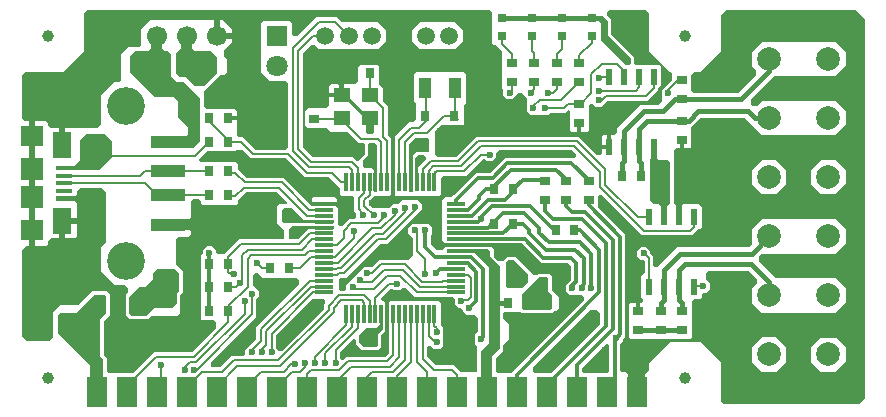
<source format=gtl>
%FSLAX43Y43*%
%MOMM*%
G71*
G01*
G75*
G04 Layer_Physical_Order=1*
G04 Layer_Color=1462238*
%ADD10R,2.880X1.120*%
%ADD11R,0.800X0.900*%
%ADD12R,0.900X1.270*%
%ADD13R,1.000X1.800*%
%ADD14R,1.400X1.200*%
%ADD15R,0.300X1.600*%
%ADD16R,1.600X0.300*%
%ADD17R,0.900X0.800*%
%ADD18R,0.508X0.559*%
%ADD19R,1.270X0.900*%
G04:AMPARAMS|DCode=20|XSize=1.9mm|YSize=3.3mm|CornerRadius=0mm|HoleSize=0mm|Usage=FLASHONLY|Rotation=180.000|XOffset=0mm|YOffset=0mm|HoleType=Round|Shape=Octagon|*
%AMOCTAGOND20*
4,1,8,0.475,-1.650,-0.475,-1.650,-0.950,-1.175,-0.950,1.175,-0.475,1.650,0.475,1.650,0.950,1.175,0.950,-1.175,0.475,-1.650,0.0*
%
%ADD20OCTAGOND20*%

%ADD21R,0.700X1.800*%
%ADD22R,0.700X1.350*%
%ADD23R,0.800X0.800*%
%ADD24R,1.600X2.200*%
%ADD25R,1.350X0.400*%
%ADD26R,1.900X1.900*%
%ADD27R,1.900X1.800*%
%ADD28R,0.600X1.400*%
%ADD29R,1.800X2.500*%
%ADD30C,0.200*%
%ADD31C,0.400*%
%ADD32C,0.300*%
%ADD33R,0.550X11.375*%
%ADD34R,0.550X2.225*%
%ADD35R,0.550X2.300*%
%ADD36R,1.975X0.550*%
%ADD37R,1.400X0.400*%
%ADD38R,0.400X1.400*%
%ADD39R,1.400X0.400*%
%ADD40R,2.150X0.500*%
%ADD41R,0.500X2.150*%
%ADD42C,0.600*%
%ADD43C,3.200*%
%ADD44C,1.000*%
%ADD45R,1.800X1.800*%
%ADD46C,1.800*%
%ADD47C,1.500*%
%ADD48C,1.700*%
%ADD49C,2.000*%
G36*
X94500Y88000D02*
Y87300D01*
X94000Y86800D01*
X92800D01*
X92600Y87000D01*
Y89000D01*
X92800Y89200D01*
X93300D01*
X94500Y88000D01*
D02*
G37*
G36*
X84850Y86100D02*
X88075D01*
X88250Y85925D01*
Y85475D01*
X88575Y85150D01*
X88750D01*
X88925Y84975D01*
Y84875D01*
X89250Y84550D01*
X89925D01*
X90225Y84250D01*
Y83150D01*
X89950Y82875D01*
Y82050D01*
X90150Y81850D01*
Y79800D01*
X90050Y79700D01*
X88775D01*
X88200Y80275D01*
X86650D01*
X85925Y81000D01*
Y81825D01*
X86050Y81950D01*
X86250D01*
X86500Y81700D01*
X87050D01*
X87300Y81950D01*
Y83475D01*
X87075Y83700D01*
Y85600D01*
X86925Y85750D01*
X82800D01*
X82700Y85650D01*
Y82950D01*
Y81350D01*
X82375Y81025D01*
X79125D01*
X78825Y80725D01*
X78700D01*
X78550Y80875D01*
Y81450D01*
X79625Y82525D01*
X79800D01*
X79925Y82400D01*
Y82125D01*
X80450Y81600D01*
X81750D01*
X82000Y81850D01*
Y82775D01*
X82400Y83175D01*
Y85650D01*
X82300Y85750D01*
X82150D01*
X82050Y85850D01*
Y86000D01*
X82825Y86775D01*
X83000D01*
X83125Y86650D01*
X83650D01*
X83850Y86850D01*
X84100D01*
X84850Y86100D01*
D02*
G37*
G36*
X96175Y87700D02*
Y86550D01*
X96500Y86225D01*
Y85150D01*
X96350Y85000D01*
X94150D01*
X94000Y85150D01*
Y86300D01*
X95475Y87775D01*
X96100D01*
X96175Y87700D01*
D02*
G37*
G36*
X58700Y94950D02*
Y90650D01*
X58325Y90275D01*
Y88200D01*
X59475Y87050D01*
X60350D01*
X60575Y86825D01*
Y86525D01*
X60400Y86350D01*
Y84550D01*
X60750Y84200D01*
X62300D01*
X62600Y84500D01*
X64750D01*
X65000Y84750D01*
Y86200D01*
X65250Y86450D01*
Y88250D01*
X64625Y88875D01*
Y91000D01*
X64800Y91175D01*
X65750D01*
X65975Y91400D01*
Y91575D01*
X65825Y91725D01*
X64925D01*
Y92675D01*
X65775D01*
X65950Y92850D01*
Y94175D01*
X66100Y94325D01*
X66625D01*
X66775Y94175D01*
Y94000D01*
X66900Y93875D01*
X69725D01*
X69875Y94025D01*
Y94250D01*
X70575Y94950D01*
X73225D01*
X74025Y94150D01*
Y93950D01*
X73975Y93900D01*
X73400D01*
X73200Y93700D01*
Y92325D01*
X73800Y91725D01*
Y91050D01*
X73700Y90950D01*
X69975D01*
X68725Y89700D01*
X68200D01*
X68075Y89825D01*
Y90025D01*
X67725Y90375D01*
X67275D01*
X66925Y90025D01*
Y89750D01*
X66775Y89600D01*
Y86325D01*
Y84225D01*
X66900Y84100D01*
X67850D01*
X68050Y83900D01*
Y83475D01*
X66000Y81425D01*
X62850D01*
X61050Y79625D01*
X59025D01*
X58825Y79825D01*
Y80875D01*
X58550Y81150D01*
Y84000D01*
X59100Y84550D01*
Y86300D01*
X58850Y86550D01*
X57525D01*
X56350Y85375D01*
X54825D01*
X54250Y84800D01*
Y82650D01*
X53950Y82350D01*
X52050D01*
X51600Y82800D01*
Y90075D01*
X51925Y90400D01*
X53700D01*
X53850Y90550D01*
Y90800D01*
X54075Y91025D01*
X56100D01*
X56275Y91200D01*
Y94025D01*
X56100Y94200D01*
X54500D01*
Y94600D01*
X56125D01*
X56275Y94750D01*
Y95025D01*
X56550Y95300D01*
X58350D01*
X58700Y94950D01*
D02*
G37*
G36*
X105350Y97875D02*
X105525Y97700D01*
X106275D01*
X106500Y97475D01*
Y94025D01*
X106200Y93725D01*
Y92200D01*
X105725D01*
Y93725D01*
X105525Y93925D01*
X105150D01*
X104825Y94250D01*
Y97725D01*
X104875Y97775D01*
Y99400D01*
X104850Y99425D01*
X104875Y99450D01*
X105350D01*
Y97875D01*
D02*
G37*
G36*
X71025Y97825D02*
X74000D01*
X75600Y96225D01*
X77600D01*
X78575Y95250D01*
Y94825D01*
X78750Y94650D01*
X79600D01*
X79750Y94500D01*
Y93350D01*
X79925Y93175D01*
Y92825D01*
X79750Y92650D01*
X79300D01*
X78725Y92075D01*
X78525D01*
X78375Y92225D01*
Y93600D01*
X78175Y93800D01*
X76175D01*
X73800Y96175D01*
X70625D01*
X69875Y96925D01*
Y97350D01*
X69725Y97500D01*
X66750D01*
X66650Y97600D01*
Y97775D01*
X67275Y98400D01*
X69675D01*
X69825Y98550D01*
X70300D01*
X71025Y97825D01*
D02*
G37*
G36*
X78000Y91800D02*
X75825D01*
X74975Y90950D01*
X74250D01*
X74200Y91000D01*
Y91775D01*
X74525Y92100D01*
X78000D01*
Y91800D01*
D02*
G37*
G36*
X64950Y88050D02*
Y86575D01*
X64725Y86350D01*
Y85525D01*
X64375Y85175D01*
X62800D01*
X62100Y84475D01*
X60900D01*
X60700Y84675D01*
Y86100D01*
X61550Y86950D01*
X62025D01*
X62700Y87625D01*
Y88050D01*
X63075Y88425D01*
X64575D01*
X64950Y88050D01*
D02*
G37*
G36*
X100600Y84750D02*
Y83800D01*
X96450Y79650D01*
X95025D01*
X94850Y79825D01*
Y80150D01*
X99700Y85000D01*
X100350D01*
X100600Y84750D01*
D02*
G37*
G36*
X91225Y89975D02*
Y89500D01*
X92075Y88650D01*
Y81675D01*
X91450Y81050D01*
Y78500D01*
X90450D01*
Y81525D01*
X91125Y82200D01*
Y88625D01*
X89950Y89800D01*
X87600D01*
Y90100D01*
X91100D01*
X91225Y89975D01*
D02*
G37*
G36*
X58775Y86075D02*
Y84700D01*
X58200Y84125D01*
Y81075D01*
X58525Y80750D01*
Y78150D01*
X57350D01*
Y80325D01*
X54650Y83025D01*
Y84500D01*
X54850Y84700D01*
X56225D01*
X57750Y86225D01*
X58625D01*
X58775Y86075D01*
D02*
G37*
G36*
X101350Y82000D02*
Y79825D01*
X101175Y79650D01*
X99175D01*
X99025Y79800D01*
Y80075D01*
X101075Y82125D01*
X101225D01*
X101350Y82000D01*
D02*
G37*
G36*
X82200Y83375D02*
X81750Y82925D01*
Y81975D01*
X81650Y81875D01*
X80550D01*
X80175Y82250D01*
Y82875D01*
X80725Y83425D01*
X81625D01*
X81900Y83700D01*
Y85400D01*
X82200D01*
Y83375D01*
D02*
G37*
G36*
X77275Y85825D02*
Y85575D01*
X77200Y85500D01*
Y85050D01*
X73650Y81500D01*
X73425D01*
X73150Y81775D01*
Y82825D01*
X76250Y85925D01*
X77175D01*
X77275Y85825D01*
D02*
G37*
G36*
X72000Y87700D02*
X74900D01*
X75100Y87500D01*
Y87175D01*
X71475Y83550D01*
Y82550D01*
X70525Y81600D01*
Y81275D01*
X70325Y81075D01*
X69375D01*
X68400Y80100D01*
X67750D01*
X67625Y80225D01*
Y80550D01*
X71450Y84375D01*
Y85900D01*
X71675Y86125D01*
Y86575D01*
X71175Y87075D01*
Y87950D01*
X71350Y88125D01*
X71575D01*
X72000Y87700D01*
D02*
G37*
G36*
X75500Y92600D02*
X78000D01*
Y92300D01*
X73850D01*
X73650Y92500D01*
Y93425D01*
X73850Y93625D01*
X74475D01*
X75500Y92600D01*
D02*
G37*
G36*
X123000Y109600D02*
Y100600D01*
Y90600D01*
Y80600D01*
Y77500D01*
X122500Y77000D01*
X111000D01*
X110775Y77225D01*
Y80525D01*
X109050Y82250D01*
X106525D01*
X104750Y80475D01*
Y79875D01*
X104375Y79500D01*
Y78975D01*
X102975D01*
Y79500D01*
X102775Y79700D01*
X102450D01*
X102225Y79925D01*
Y82050D01*
X102500Y82325D01*
Y82475D01*
X102675Y82650D01*
Y90100D01*
Y91375D01*
X100375Y93675D01*
Y94550D01*
X100500Y94675D01*
X100725D01*
X104100Y91300D01*
X108325D01*
X108825Y91800D01*
X109025D01*
X109175Y91950D01*
Y92975D01*
Y93725D01*
X108975Y93925D01*
X107625D01*
X107475Y93775D01*
Y93450D01*
X107000D01*
Y93800D01*
X106800Y94000D01*
Y98425D01*
X107025Y98650D01*
X108175D01*
X108300Y98775D01*
Y100425D01*
X109100Y101225D01*
X112800D01*
X114275Y99750D01*
X120500D01*
X121350Y100600D01*
Y101800D01*
X120500Y102650D01*
X114275D01*
X113875Y102250D01*
X113550D01*
X113350Y102450D01*
Y102775D01*
X115325Y104750D01*
X120500D01*
X121350Y105600D01*
Y106800D01*
X120500Y107650D01*
X114300D01*
X113450Y106800D01*
Y105550D01*
X113750Y105250D01*
Y104850D01*
X112250Y103350D01*
X108525D01*
X108300Y103575D01*
Y104875D01*
X108575Y105150D01*
X109075D01*
X110850Y106925D01*
Y109975D01*
X111275Y110400D01*
X122200D01*
X123000Y109600D01*
D02*
G37*
G36*
X63500Y108400D02*
Y107125D01*
X63725Y106900D01*
X63975D01*
X64225Y106650D01*
Y104800D01*
X64775Y104250D01*
X65325D01*
X66725Y102850D01*
Y99275D01*
X66175Y98725D01*
X64925D01*
Y99675D01*
X65550D01*
X65675Y99800D01*
Y100450D01*
X64825Y101300D01*
Y102700D01*
X64500Y103025D01*
X62900D01*
X60775Y105150D01*
Y106425D01*
X61225Y106875D01*
X62275D01*
X62525Y107125D01*
Y108400D01*
X62825Y108700D01*
X63200D01*
X63500Y108400D01*
D02*
G37*
G36*
X59225Y99250D02*
Y97875D01*
X58150Y96800D01*
X54500D01*
Y97200D01*
X56125D01*
X56575Y97650D01*
Y99400D01*
X57025Y99850D01*
X58625D01*
X59225Y99250D01*
D02*
G37*
G36*
X81450Y100050D02*
X81250Y99850D01*
X80950D01*
X80750Y100050D01*
Y100750D01*
X81450D01*
Y100050D01*
D02*
G37*
G36*
X101225Y109425D02*
Y108225D01*
X103175Y106275D01*
Y105900D01*
X103025Y105750D01*
X102675D01*
X100625Y107800D01*
Y109275D01*
X100425Y109475D01*
X92230D01*
Y109850D01*
X100800D01*
X101225Y109425D01*
D02*
G37*
G36*
X66050Y108550D02*
Y107175D01*
X66300Y106925D01*
X67600D01*
X68175Y106350D01*
Y105050D01*
X67100Y103975D01*
X66200D01*
X65475Y104700D01*
X65000D01*
X64675Y105025D01*
Y106750D01*
X65075Y107150D01*
Y108550D01*
X65350Y108825D01*
X65775D01*
X66050Y108550D01*
D02*
G37*
G36*
X104750Y110100D02*
Y106925D01*
X106525Y105150D01*
X106575D01*
X106675Y105050D01*
Y104475D01*
X105800Y103600D01*
Y102650D01*
X105475Y102325D01*
X103950D01*
X102025Y100400D01*
Y100000D01*
X101850Y99825D01*
X100850D01*
X100700Y99675D01*
Y98225D01*
X100575Y98100D01*
X100350D01*
X98800Y99650D01*
X90075D01*
X88375Y97950D01*
X86800D01*
X86600Y98150D01*
Y100100D01*
X87125Y100625D01*
X88925D01*
X89050Y100750D01*
Y102300D01*
X89250Y102500D01*
Y104875D01*
X89025Y105100D01*
X84950D01*
X84775Y104925D01*
Y102675D01*
X84975Y102475D01*
Y101100D01*
X84725Y100850D01*
X84350D01*
X83200Y99700D01*
Y94725D01*
X83325Y94600D01*
X86925D01*
X87100Y94775D01*
Y95000D01*
Y96175D01*
X87250Y96325D01*
X89225D01*
X90625Y97725D01*
X90825D01*
X90975Y97575D01*
X91450D01*
X91775Y97900D01*
Y98225D01*
X92025Y98475D01*
X98175D01*
X98500Y98150D01*
Y97950D01*
X98375Y97825D01*
X92550D01*
X91325Y96600D01*
X90050D01*
X88175Y94725D01*
X87950Y94500D01*
X87475D01*
X87200Y94225D01*
Y90800D01*
X87400Y90600D01*
X94000D01*
X95625Y88975D01*
X97875D01*
X98125Y88725D01*
Y87500D01*
X97650Y87025D01*
Y86575D01*
X97975Y86250D01*
X99075D01*
X99225Y86100D01*
Y85825D01*
X93025Y79625D01*
X91900D01*
X91750Y79775D01*
Y80850D01*
X92375Y81475D01*
Y81950D01*
X92900Y82475D01*
Y83725D01*
X92375Y84250D01*
Y84675D01*
X92525Y84825D01*
X93850D01*
X93975Y84700D01*
X96525D01*
X96725Y84900D01*
X96900D01*
X97125Y85125D01*
Y86100D01*
X96525Y86700D01*
Y87850D01*
X96325Y88050D01*
X95350D01*
X95250Y87950D01*
X94975D01*
X93475Y89450D01*
X92675D01*
X92350Y89125D01*
X91950D01*
X91600Y89475D01*
Y90125D01*
X91425Y90300D01*
X87425D01*
X87150Y90025D01*
X86725D01*
X86275Y90475D01*
Y91325D01*
X86350Y91400D01*
Y91975D01*
X86050Y92275D01*
X85425Y92275D01*
X84675D01*
X84325Y91925D01*
X84325Y91475D01*
X84725Y91075D01*
Y89650D01*
X84300Y89225D01*
X81850D01*
X81250Y88625D01*
X80625D01*
X79100Y87100D01*
Y86750D01*
X78950Y86600D01*
X78575D01*
X78425Y86750D01*
Y87525D01*
X78575Y87675D01*
X79050D01*
X81950Y90575D01*
X82600D01*
X83500Y91475D01*
X85500Y93475D01*
Y93950D01*
X85175Y94275D01*
X83850D01*
X83500Y93925D01*
X83000D01*
X82700Y93625D01*
X81950D01*
X81900Y93575D01*
X81300D01*
X80975Y93900D01*
Y94175D01*
X81400Y94600D01*
X82750D01*
X82900Y94750D01*
Y99450D01*
X82600Y99750D01*
Y102225D01*
X82175Y102650D01*
Y103750D01*
X81825Y104100D01*
Y105600D01*
X81675Y105750D01*
X80275D01*
X80100Y105575D01*
Y104325D01*
X79850Y104075D01*
X78925D01*
Y103400D01*
X80700Y101625D01*
Y101375D01*
X80650Y101325D01*
X80550D01*
X78900Y102975D01*
X77650D01*
Y102325D01*
X77400Y102075D01*
X75825D01*
X75600Y101850D01*
Y100600D01*
X75800Y100400D01*
X77475D01*
X77800Y100075D01*
X79175D01*
X80125Y99125D01*
X80550D01*
X80625Y99050D01*
Y98125D01*
X80100Y97600D01*
X79975D01*
X79675Y97900D01*
X76300D01*
X75400Y98800D01*
Y106725D01*
X76100Y107425D01*
X76400D01*
X76775Y107050D01*
X81775D01*
X82450Y107725D01*
Y108650D01*
X81750Y109350D01*
X78700D01*
X78300Y109750D01*
X76500D01*
X74925Y108175D01*
X74650D01*
X74500Y108325D01*
Y109275D01*
X74300Y109475D01*
X72050D01*
X71875Y109300D01*
Y105100D01*
X72625Y104350D01*
X73950D01*
X74175Y104125D01*
Y98750D01*
X73975Y98550D01*
X71375D01*
X70350Y99575D01*
X70000D01*
X69850Y99725D01*
Y101800D01*
X69650Y102000D01*
X67250D01*
X67075Y102175D01*
Y103525D01*
X68375Y104825D01*
X68725D01*
X68950Y105050D01*
Y106250D01*
X68700Y106500D01*
Y106950D01*
X69400Y107650D01*
Y108725D01*
X68625Y109500D01*
X62475D01*
X61725Y108750D01*
Y107400D01*
X61525Y107200D01*
X60600D01*
X60025Y106625D01*
Y104450D01*
X59875Y104300D01*
X59500D01*
X58350Y103150D01*
Y100725D01*
X57975Y100350D01*
X54100D01*
X53850Y100600D01*
Y100800D01*
X53675Y100975D01*
X51850D01*
X51600Y101225D01*
Y104850D01*
X51900Y105150D01*
X55075D01*
X56850Y106925D01*
Y110125D01*
X57125Y110400D01*
X91225D01*
X91450Y110175D01*
Y107550D01*
X91600Y107400D01*
X91775D01*
X92275Y106900D01*
Y103725D01*
X92375Y103625D01*
Y103150D01*
X92700Y102825D01*
X93150D01*
X93650Y103325D01*
X93975D01*
X94375Y102925D01*
Y101825D01*
X94700Y101500D01*
X96175D01*
X96350Y101675D01*
X97600D01*
X97825Y101900D01*
X97950D01*
X98025Y101825D01*
Y100200D01*
X98175Y100050D01*
X99425D01*
X99600Y100225D01*
Y102300D01*
X99725Y102425D01*
X99975D01*
X100225Y102175D01*
X100725D01*
X101025Y102475D01*
X101250Y102700D01*
X104600D01*
X105475Y103575D01*
Y103750D01*
X105725Y104000D01*
Y105600D01*
X105600Y105725D01*
X103650D01*
X103475Y105900D01*
Y106375D01*
X101500Y108350D01*
Y109575D01*
X101175Y109900D01*
Y110225D01*
X101350Y110400D01*
X104450D01*
X104750Y110100D01*
D02*
G37*
G36*
X81700Y98975D02*
Y95000D01*
X81400D01*
Y96800D01*
X81225Y96975D01*
X80675Y96975D01*
X80500Y97150D01*
Y97650D01*
X80900Y98050D01*
Y99050D01*
X80975Y99125D01*
X81550D01*
X81700Y98975D01*
D02*
G37*
G36*
X86125Y99400D02*
Y98425D01*
X86025Y98325D01*
X85000D01*
X84700Y98025D01*
Y95000D01*
X84400D01*
Y99000D01*
X84950Y99550D01*
X85975D01*
X86125Y99400D01*
D02*
G37*
G36*
X85800Y97950D02*
Y97675D01*
X85175Y97050D01*
Y95025D01*
X84925D01*
Y97875D01*
X85125Y98075D01*
X85675D01*
X85800Y97950D01*
D02*
G37*
%LPC*%
G36*
X115500Y97650D02*
X114300D01*
X113450Y96800D01*
Y95600D01*
X114300Y94750D01*
X115500D01*
X116350Y95600D01*
Y96800D01*
X115500Y97650D01*
D02*
G37*
G36*
X78400Y104075D02*
X77800D01*
X77650Y103925D01*
Y103300D01*
X78450D01*
Y104025D01*
X78400Y104075D01*
D02*
G37*
G36*
X85325Y109350D02*
X84650Y108675D01*
Y107725D01*
X85325Y107050D01*
X88275D01*
X88950Y107725D01*
Y108675D01*
X88275Y109350D01*
X85325Y109350D01*
D02*
G37*
G36*
X78125Y94525D02*
X76300D01*
X76175Y94400D01*
Y94225D01*
X76300Y94100D01*
X78200D01*
X78275Y94175D01*
Y94375D01*
X78125Y94525D01*
D02*
G37*
G36*
X120500Y97650D02*
X119300D01*
X118450Y96800D01*
Y95600D01*
X119300Y94750D01*
X120500D01*
X121350Y95600D01*
Y96800D01*
X120500Y97650D01*
D02*
G37*
G36*
Y92650D02*
X114300D01*
X113450Y91800D01*
Y90525D01*
X113225Y90300D01*
X107125D01*
X105400Y88575D01*
X105200D01*
X105050Y88725D01*
Y89550D01*
X104825Y89775D01*
Y89975D01*
X104475Y90325D01*
X104025D01*
X103700Y90000D01*
Y89550D01*
X104025Y89225D01*
X104200D01*
X104350Y89075D01*
Y88175D01*
X104050Y87875D01*
Y86050D01*
X104225Y85875D01*
Y85750D01*
X104075Y85600D01*
X103175D01*
X103025Y85450D01*
Y82700D01*
X103175Y82550D01*
X108175D01*
X108325Y82700D01*
Y85725D01*
X108500Y85900D01*
X109025D01*
X109175Y86050D01*
Y86300D01*
X109300Y86425D01*
X109525D01*
X109850Y86750D01*
Y87200D01*
X109500Y87550D01*
Y88075D01*
X109700Y88275D01*
X113125D01*
X113850Y87550D01*
Y87200D01*
X113450Y86800D01*
Y85600D01*
X114300Y84750D01*
X120500D01*
X121350Y85600D01*
Y86800D01*
X120500Y87650D01*
X115425D01*
X114025Y89050D01*
Y89500D01*
X114275Y89750D01*
X120500D01*
X121350Y90600D01*
Y91800D01*
X120500Y92650D01*
D02*
G37*
G36*
X115500Y82650D02*
X114300D01*
X113450Y81800D01*
Y80600D01*
X114300Y79750D01*
X115500D01*
X116350Y80600D01*
Y81800D01*
X115500Y82650D01*
D02*
G37*
G36*
X120525Y82625D02*
X119275D01*
X118450Y81800D01*
Y80600D01*
X119300Y79750D01*
X120500D01*
X121350Y80600D01*
Y81800D01*
X120525Y82625D01*
D02*
G37*
%LPD*%
D10*
X63980Y99200D02*
D03*
Y96700D02*
D03*
Y94700D02*
D03*
Y92200D02*
D03*
D11*
X93200Y87600D02*
D03*
X91600D02*
D03*
X88225Y101425D02*
D03*
X89825D02*
D03*
X81075Y105000D02*
D03*
X79475D02*
D03*
X69100Y99200D02*
D03*
X67500D02*
D03*
Y101200D02*
D03*
X69100D02*
D03*
Y96700D02*
D03*
X67500D02*
D03*
X69100Y94675D02*
D03*
X67500D02*
D03*
X74200Y92900D02*
D03*
X72600D02*
D03*
X69100Y88900D02*
D03*
X67500D02*
D03*
X69100Y86900D02*
D03*
X67500D02*
D03*
Y84900D02*
D03*
X69100D02*
D03*
X87200Y98900D02*
D03*
X85600D02*
D03*
X92800Y85600D02*
D03*
X94400D02*
D03*
X97700D02*
D03*
X96100D02*
D03*
X98400Y91700D02*
D03*
X96800D02*
D03*
X104000Y96275D02*
D03*
X102400D02*
D03*
X91575Y92275D02*
D03*
X93175D02*
D03*
X93200Y95200D02*
D03*
X91600D02*
D03*
X63600Y105800D02*
D03*
X65200D02*
D03*
X72600Y88500D02*
D03*
X74200D02*
D03*
X85750Y101400D02*
D03*
X84150D02*
D03*
D12*
X91625Y83100D02*
D03*
X93725D02*
D03*
X69650Y105700D02*
D03*
X67550D02*
D03*
X59250D02*
D03*
X61350D02*
D03*
D13*
X85750Y103800D02*
D03*
X88250D02*
D03*
D14*
X81100Y103150D02*
D03*
X78700D02*
D03*
Y101250D02*
D03*
X81100D02*
D03*
D15*
X86550Y95800D02*
D03*
X86050D02*
D03*
X85550D02*
D03*
X85050D02*
D03*
X84550D02*
D03*
X84050D02*
D03*
X83550D02*
D03*
X83050D02*
D03*
X82550D02*
D03*
X82050D02*
D03*
X81550D02*
D03*
X81050D02*
D03*
X80550D02*
D03*
X80050D02*
D03*
X79550D02*
D03*
X79050D02*
D03*
X86550Y84600D02*
D03*
X86050D02*
D03*
X85550D02*
D03*
X85050D02*
D03*
X84550D02*
D03*
X84050D02*
D03*
X83550D02*
D03*
X83050D02*
D03*
X82550D02*
D03*
X82050D02*
D03*
X81550D02*
D03*
X81050D02*
D03*
X80550D02*
D03*
X80050D02*
D03*
X79550D02*
D03*
X79050D02*
D03*
D16*
X77200Y93950D02*
D03*
Y93450D02*
D03*
Y92950D02*
D03*
Y92450D02*
D03*
Y91950D02*
D03*
Y91450D02*
D03*
Y90950D02*
D03*
Y90450D02*
D03*
Y89950D02*
D03*
Y89450D02*
D03*
Y88950D02*
D03*
Y88450D02*
D03*
Y87950D02*
D03*
Y87450D02*
D03*
Y86950D02*
D03*
Y86450D02*
D03*
X88400Y93950D02*
D03*
Y93450D02*
D03*
Y92950D02*
D03*
Y92450D02*
D03*
Y91950D02*
D03*
Y91450D02*
D03*
Y90950D02*
D03*
Y90450D02*
D03*
Y89950D02*
D03*
Y89450D02*
D03*
Y88950D02*
D03*
Y88450D02*
D03*
Y87950D02*
D03*
Y87450D02*
D03*
Y86950D02*
D03*
Y86450D02*
D03*
D17*
X76375Y101125D02*
D03*
Y102725D02*
D03*
X103800Y83300D02*
D03*
Y84900D02*
D03*
X105700D02*
D03*
Y83300D02*
D03*
X107500D02*
D03*
Y84900D02*
D03*
X99600Y94300D02*
D03*
Y95900D02*
D03*
X97700Y94300D02*
D03*
Y95900D02*
D03*
X95900Y94300D02*
D03*
Y95900D02*
D03*
X93100Y104300D02*
D03*
Y105900D02*
D03*
X95000Y104300D02*
D03*
Y105900D02*
D03*
X96900Y104300D02*
D03*
Y105900D02*
D03*
X98800Y104300D02*
D03*
Y105900D02*
D03*
Y102400D02*
D03*
Y100800D02*
D03*
X107500Y99400D02*
D03*
Y101000D02*
D03*
Y104400D02*
D03*
Y102800D02*
D03*
D18*
X90892Y89700D02*
D03*
X91908D02*
D03*
X96908Y87200D02*
D03*
X95892D02*
D03*
X81283Y98625D02*
D03*
X80267D02*
D03*
X74508Y91300D02*
D03*
X73492D02*
D03*
X81342Y82300D02*
D03*
X82358D02*
D03*
X106192Y95100D02*
D03*
X107208D02*
D03*
X106192Y97100D02*
D03*
X107208D02*
D03*
D19*
X55500Y86050D02*
D03*
Y83950D02*
D03*
X63700Y83750D02*
D03*
Y85850D02*
D03*
D20*
X59700Y82613D02*
D03*
D21*
X59700Y85162D02*
D03*
D22*
X61200Y85387D02*
D03*
X58200D02*
D03*
D23*
X94770Y108150D02*
D03*
Y109650D02*
D03*
X97310Y108150D02*
D03*
Y109650D02*
D03*
X92230Y108150D02*
D03*
Y109650D02*
D03*
X99850D02*
D03*
Y108150D02*
D03*
D24*
X55050Y92500D02*
D03*
Y98900D02*
D03*
D25*
X55175Y97000D02*
D03*
Y96350D02*
D03*
Y95700D02*
D03*
Y95050D02*
D03*
Y94400D02*
D03*
D26*
X52500Y94500D02*
D03*
Y96900D02*
D03*
D27*
Y91700D02*
D03*
Y99700D02*
D03*
D28*
X108505Y92850D02*
D03*
X107235D02*
D03*
X105965D02*
D03*
X104695D02*
D03*
X108505Y86950D02*
D03*
X107235D02*
D03*
X105965D02*
D03*
X104695D02*
D03*
X105105Y104700D02*
D03*
X103835D02*
D03*
X102565D02*
D03*
X101295D02*
D03*
X105105Y98800D02*
D03*
X103835D02*
D03*
X102565D02*
D03*
X101295D02*
D03*
D29*
X103660Y78000D02*
D03*
X101120D02*
D03*
X78260D02*
D03*
X80800D02*
D03*
X83340D02*
D03*
X85880D02*
D03*
X88420D02*
D03*
X90960D02*
D03*
X93500D02*
D03*
X75720D02*
D03*
X73180D02*
D03*
X70640D02*
D03*
X68100D02*
D03*
X65560D02*
D03*
X63020D02*
D03*
X60480D02*
D03*
X57940D02*
D03*
X96040D02*
D03*
X98580D02*
D03*
D30*
X100725Y105825D02*
X101975D01*
X99825Y104925D02*
X100725Y105825D01*
X99825Y103325D02*
Y104925D01*
X102565Y104700D02*
Y105235D01*
X101975Y105825D02*
X102565Y105235D01*
X78875Y91025D02*
Y91675D01*
X78300Y90450D02*
X78875Y91025D01*
X63375Y78355D02*
Y80350D01*
X66225Y79925D02*
X66425D01*
X65825Y80550D02*
X66375D01*
X66900Y79700D02*
X68600D01*
X65560Y78360D02*
X66900Y79700D01*
X68600D02*
X69600Y80700D01*
X73325D01*
X84875Y91700D02*
X85075Y91500D01*
Y89950D02*
Y91500D01*
Y89950D02*
X85775Y89250D01*
X108530Y86975D02*
X109300D01*
X70640Y78000D02*
Y78515D01*
X69100Y88225D02*
Y88900D01*
X68100Y78000D02*
Y78475D01*
X75575Y89600D02*
X75925Y89950D01*
X75325Y90075D02*
X76200Y90950D01*
X75100Y90575D02*
X75975Y91450D01*
X75175Y88500D02*
X76125Y89450D01*
X78875Y88075D02*
X81750Y90950D01*
X78450Y88075D02*
X78875D01*
X78325Y87950D02*
X78450Y88075D01*
X77200Y87950D02*
X78325D01*
X77200Y88450D02*
X78250D01*
X78300Y88500D01*
X78625D01*
X81525Y91400D01*
X82425Y90950D02*
X84925Y93450D01*
X82200Y91400D02*
X84075Y93275D01*
X81750Y90950D02*
X82425D01*
X81525Y91400D02*
X82200D01*
X80500Y92975D02*
Y93125D01*
X80125Y93500D02*
X80500Y93125D01*
X80125Y93500D02*
Y94475D01*
X80600Y93775D02*
X81400Y92975D01*
X80600Y93775D02*
Y94275D01*
X82025Y91875D02*
X83200Y93050D01*
X81275Y91875D02*
X82025D01*
X77200Y90450D02*
X78300D01*
X80125Y94475D02*
X80550Y94900D01*
Y95800D01*
X80600Y94275D02*
X81050Y94725D01*
Y95800D01*
X75925Y89950D02*
X77200D01*
X70500Y95800D02*
X73600D01*
X69700Y96600D02*
X70500Y95800D01*
X69100Y96600D02*
X69700D01*
X73600Y95800D02*
X75950Y93450D01*
X73400Y95300D02*
X75750Y92950D01*
X70400Y95300D02*
X73400D01*
X69700Y94600D02*
X70400Y95300D01*
X69100Y94600D02*
X69700D01*
X75950Y93450D02*
X77200D01*
X75750Y92950D02*
X77200D01*
X82525Y80650D02*
X83050Y81175D01*
X82775Y80175D02*
X83550Y80950D01*
X83000Y79725D02*
X84050Y80775D01*
X81225Y79725D02*
X83000D01*
X80800Y79300D02*
X81225Y79725D01*
X84550Y80575D02*
Y84600D01*
X83340Y79365D02*
X84550Y80575D01*
X83340Y78000D02*
Y79365D01*
X84050Y80775D02*
Y84600D01*
X83050Y81175D02*
Y84600D01*
X75975Y91450D02*
X77200D01*
X76200Y90950D02*
X77200D01*
X85550Y95800D02*
Y96900D01*
X86050Y95800D02*
Y96775D01*
X82050Y95800D02*
X82062Y95812D01*
X80800Y78000D02*
Y79300D01*
X75720Y78000D02*
Y79520D01*
X83550Y80950D02*
Y84600D01*
X85050Y80575D02*
Y84600D01*
X85550Y80850D02*
Y84600D01*
X85050Y80575D02*
X85880Y79745D01*
Y78000D02*
Y79745D01*
X85550Y80850D02*
X86500Y79900D01*
X88000D01*
X88420Y79480D01*
Y78000D02*
Y79480D01*
X75720Y79520D02*
X76100Y79900D01*
X78260Y78000D02*
Y78960D01*
X79475Y80175D01*
X82775D01*
X76100Y79900D02*
X78500D01*
X79250Y80650D01*
X82525D01*
X77300Y80500D02*
Y81300D01*
X79550Y83550D01*
Y84600D01*
X78200Y80500D02*
Y81600D01*
X80050Y83450D01*
Y84600D01*
X87350Y86900D02*
X87400Y86950D01*
X88400D01*
Y87950D02*
X89375D01*
X87150Y87375D02*
X87225Y87450D01*
X88400D01*
X82050Y95800D02*
Y99150D01*
X80550Y84600D02*
Y85600D01*
X81050Y84600D02*
Y85750D01*
X80575Y86225D02*
X81050Y85750D01*
X80375Y85775D02*
X80550Y85600D01*
X81550Y84600D02*
Y86025D01*
X85550Y96900D02*
X86225Y97575D01*
X88525D01*
X86050Y96775D02*
X86425Y97150D01*
X88800D01*
X86550Y95800D02*
Y96525D01*
X86725Y96700D01*
X71225Y98175D02*
X74175D01*
X54975Y96350D02*
X61650D01*
X62000Y96700D01*
X63980D01*
X67500D01*
X54975Y95700D02*
X62025D01*
X63025Y94700D01*
X67400D02*
X67500Y94600D01*
X63025Y94700D02*
X67400D01*
X70200Y99200D02*
X71225Y98175D01*
X69100Y99200D02*
X70200D01*
X69100D02*
Y99400D01*
X67500Y101000D02*
X69100Y99400D01*
X66300Y98000D02*
X67500Y99200D01*
X58700Y98000D02*
X66300D01*
X76300Y108200D02*
X77300D01*
X78125Y109375D02*
X79300Y108200D01*
X76775Y109375D02*
X78125D01*
X108505Y91980D02*
Y92850D01*
X82275Y92850D02*
Y93025D01*
X83200Y93050D02*
Y93325D01*
X78500Y86225D02*
X80575D01*
X76075Y86950D02*
X77200D01*
X75975Y87450D02*
X77200D01*
X81550Y86025D02*
X82725Y87200D01*
X83400D01*
X86050Y82775D02*
Y84600D01*
X86550Y83625D02*
Y84600D01*
Y83625D02*
X86750Y83425D01*
X81300Y87375D02*
X82275Y88350D01*
X81275Y88075D02*
X82050Y88850D01*
X65560Y78000D02*
Y78360D01*
X70640Y78515D02*
X71850Y79725D01*
X68100Y78475D02*
X69850Y80225D01*
X89375Y87950D02*
X89625Y87700D01*
Y86075D02*
Y87700D01*
X89350Y85800D02*
X89625Y86075D01*
X88900Y85800D02*
X89350D01*
X88800Y85700D02*
X88900Y85800D01*
X85775Y88050D02*
Y89250D01*
X82525Y87850D02*
X83650D01*
X85050Y86450D01*
X88400D01*
X82050Y88850D02*
X84050D01*
X85525Y87375D01*
X87150D01*
X82275Y88350D02*
X83850D01*
X85300Y86900D01*
X87350D01*
X80850Y88075D02*
X81275D01*
X81450Y86775D02*
X82525Y87850D01*
X80350Y87375D02*
X81300D01*
X80250Y87475D02*
X80350Y87375D01*
X79750Y86775D02*
X81450D01*
X79650Y86875D02*
X79750Y86775D01*
X84075Y93275D02*
Y93625D01*
X84925Y93450D02*
Y93725D01*
X104695Y86950D02*
Y89330D01*
X104250Y89775D02*
X104695Y89330D01*
X74200Y88500D02*
X75175D01*
X71975D02*
X72600D01*
X69100Y88225D02*
X69325Y88000D01*
X69575D01*
X94925Y102050D02*
Y102200D01*
X95450Y102725D01*
X95925Y102050D02*
X97475D01*
X97825Y102400D01*
X93100Y105900D02*
Y106600D01*
X92230Y107470D02*
X93100Y106600D01*
X92230Y107470D02*
Y108150D01*
X95000Y105900D02*
Y106700D01*
X94770Y106930D02*
X95000Y106700D01*
X94770Y106930D02*
Y108150D01*
X96900Y105900D02*
Y106650D01*
X97310Y107060D01*
Y108150D01*
X98800Y105900D02*
Y106525D01*
X99850Y107575D01*
Y108150D01*
X100550Y104700D02*
X101295D01*
X100475Y104625D02*
X100550Y104700D01*
X105105Y103755D02*
Y104700D01*
X103835Y103810D02*
Y104700D01*
X100475Y103550D02*
X103575D01*
X103835Y103810D01*
X104425Y103075D02*
X105105Y103755D01*
X101050Y103075D02*
X104425D01*
X100700Y102725D02*
X101050Y103075D01*
X100475Y102725D02*
X100700D01*
X106350Y103375D02*
Y103625D01*
X107125Y104400D01*
X107500D01*
X96150Y103375D02*
X96575D01*
X96900Y103700D01*
Y104300D01*
X95000Y103650D02*
Y104300D01*
X94725Y103375D02*
X95000Y103650D01*
X93100Y103550D02*
Y104300D01*
X92925Y103375D02*
X93100Y103550D01*
X86725Y96700D02*
X89050D01*
X90475Y98125D01*
X91225D01*
X88525Y97575D02*
X90250Y99300D01*
X98600D01*
X88800Y97150D02*
X90500Y98850D01*
X98350D01*
X69100Y86900D02*
X69750D01*
X69100Y85275D02*
X70775Y86950D01*
X65400Y80125D02*
X65825Y80550D01*
X65400Y79925D02*
Y80125D01*
X69100Y84900D02*
Y85275D01*
X60625Y78650D02*
X63000Y81025D01*
X66175D01*
X69750Y86900D02*
X70100Y87250D01*
X70275Y87425D01*
X78650Y95800D02*
X79050D01*
X79550D02*
Y96825D01*
X79300Y97075D02*
X79550Y96825D01*
X80050Y95800D02*
Y97000D01*
X79525Y97525D02*
X80050Y97000D01*
X74175Y98175D02*
X75750Y96600D01*
X77850D01*
X78650Y95800D01*
X71075Y81375D02*
Y81575D01*
X76250Y86450D02*
X77200D01*
X71925Y81375D02*
Y81625D01*
X82550Y95800D02*
Y99300D01*
X79050Y83675D02*
Y84600D01*
X76400Y80500D02*
Y81025D01*
X79050Y83675D01*
X86750Y83100D02*
Y83425D01*
X86050Y82775D02*
X86575Y82250D01*
X86750D01*
X75575Y80175D02*
Y80475D01*
X75125Y79725D02*
X75575Y80175D01*
X74450Y79725D02*
X75125D01*
X73180Y78455D02*
X74450Y79725D01*
X73180Y78000D02*
Y78455D01*
Y78655D01*
X78675Y85775D02*
X80375D01*
X71850Y79725D02*
X73775D01*
X74425Y80375D01*
X74725D01*
X69850Y80225D02*
X73500D01*
X78050Y84775D01*
Y85150D01*
X78675Y85775D01*
X73325Y80700D02*
X77600Y84975D01*
Y85325D01*
X78500Y86225D01*
X72775Y81375D02*
Y82975D01*
X76250Y86450D01*
X71925Y81625D02*
X72325Y82025D01*
Y83200D01*
X76075Y86950D01*
X71075Y81575D02*
X71850Y82350D01*
Y83325D01*
X75975Y87450D01*
X83550Y95800D02*
Y99375D01*
X76300Y101125D02*
X78675D01*
X86000Y101550D02*
X86025D01*
X88250Y101375D02*
Y103800D01*
X75025Y106925D02*
X76300Y108200D01*
X74575Y107175D02*
X76775Y109375D01*
X69100Y88900D02*
Y89475D01*
X75025Y98600D02*
Y106925D01*
Y98600D02*
X76100Y97525D01*
X79525D01*
X74575Y98400D02*
Y107175D01*
Y98400D02*
X75900Y97075D01*
X79300D01*
X70475Y84650D02*
Y85725D01*
X66375Y80550D02*
X70475Y84650D01*
X71100Y84600D02*
Y86350D01*
X66425Y79925D02*
X71100Y84600D01*
X66175Y81025D02*
X69100Y83950D01*
Y84800D01*
Y89475D02*
X70200Y90575D01*
X75100D01*
X70275Y87425D02*
Y89600D01*
X70750Y90075D01*
X75325D01*
X70775Y86950D02*
Y89325D01*
X71050Y89600D01*
X75575D01*
X97825Y102400D02*
X98800D01*
X98850Y102350D02*
X99825Y103325D01*
X98350Y98850D02*
X100550Y96650D01*
X98600Y99300D02*
X101025Y96875D01*
Y95575D02*
Y96875D01*
Y95575D02*
X103750Y92850D01*
X104695D01*
X100550Y95375D02*
Y96650D01*
Y95375D02*
X104275Y91650D01*
X108175D01*
X108505Y91980D01*
X71525Y88950D02*
X71975Y88500D01*
X88275Y101100D02*
X88500D01*
X95450Y102725D02*
X97225D01*
X98800Y104300D01*
X79750Y91075D02*
Y91650D01*
X78875Y91675D02*
X79500Y92300D01*
X81725D01*
X82275Y92850D01*
X84050Y95800D02*
Y99200D01*
X85800Y100950D02*
Y103800D01*
X87375Y101425D02*
X88225D01*
X84050Y99200D02*
X84775Y99925D01*
X85875D01*
X87375Y101425D01*
X83550Y99375D02*
X84575Y100400D01*
X85250D01*
X85800Y100950D01*
X78675Y101125D02*
X80325Y99475D01*
X81725D01*
X82050Y99150D01*
X76125Y89450D02*
X78125D01*
X79750Y91075D01*
X77200Y88950D02*
X78175D01*
X78200Y88975D01*
X78375D01*
X81275Y91875D01*
X81100Y103175D02*
Y104800D01*
X82225Y99625D02*
X82550Y99300D01*
X82225Y99625D02*
Y102050D01*
X81100Y103175D02*
X82225Y102050D01*
D31*
X113450Y89750D02*
X114900Y91200D01*
X107350Y89750D02*
X113450D01*
X105965Y88365D02*
X107350Y89750D01*
X105965Y85790D02*
Y88365D01*
X114900Y86200D02*
Y87325D01*
X103835Y97590D02*
Y100310D01*
X114900Y105200D02*
Y106200D01*
X102400Y97400D02*
X102565Y97565D01*
X102400Y96275D02*
Y97400D01*
X103835Y97590D02*
X104000Y97425D01*
Y96275D02*
Y97425D01*
X103835Y100310D02*
X104525Y101000D01*
X108075D01*
X108875Y101800D01*
X106900Y102800D02*
X112500D01*
X114900Y105200D01*
X105925Y101825D02*
X106900Y102800D01*
X102565Y97565D02*
Y100140D01*
X104250Y101825D01*
X105925D01*
X107235Y85840D02*
Y88360D01*
X107725Y88850D01*
X113375D01*
X114900Y87325D01*
X108875Y101800D02*
X113075D01*
X113675Y101200D01*
X114900D01*
X105700Y85525D02*
X105965Y85790D01*
X105700Y84900D02*
Y85525D01*
X107235Y85840D02*
X107500Y85575D01*
Y84900D02*
Y85575D01*
X103800Y83300D02*
X107500D01*
X91650Y85600D02*
X92800D01*
D32*
X97700Y93750D02*
Y94400D01*
X90900Y95200D02*
X91600D01*
X90300Y94600D02*
X90900Y95200D01*
X90300Y94350D02*
Y94600D01*
X89400Y93450D02*
X90300Y94350D01*
X94025Y92275D02*
X94525Y91775D01*
X93175Y92275D02*
X94025D01*
X85775Y90300D02*
Y91650D01*
X86625Y89450D02*
X89675D01*
X85775Y90300D02*
X86625Y89450D01*
X88400Y93950D02*
Y94300D01*
X90500Y92675D02*
Y92825D01*
X90275Y92450D02*
X90500Y92675D01*
X88400Y92450D02*
X90275D01*
X88400Y92950D02*
X89750D01*
X88400Y93450D02*
X89400D01*
X88400Y88950D02*
X89375D01*
X87050Y88450D02*
X88400D01*
X91600Y95200D02*
Y95425D01*
X90275Y96175D02*
X91475D01*
X88400Y94300D02*
X90275Y96175D01*
X91475D02*
X92725Y97425D01*
X90500Y92825D02*
X91425Y93750D01*
X89750Y92950D02*
X91100Y94300D01*
X93200Y95175D02*
X94025Y96000D01*
X95900D01*
X91100Y94300D02*
X92550D01*
X93200Y94950D01*
Y95175D01*
X91425Y93750D02*
X94600D01*
X96725Y91625D01*
X95900Y93375D02*
Y94400D01*
X98075Y89400D02*
X98525Y88950D01*
X98580Y78000D02*
Y80280D01*
X98200Y86800D02*
Y87050D01*
X98525Y87375D01*
Y88950D01*
X99000Y86800D02*
Y87025D01*
X99175Y87200D01*
Y89350D01*
X98475Y90050D02*
X99175Y89350D01*
X95900Y93375D02*
X96600Y92675D01*
X98580Y80280D02*
X101675Y83375D01*
X98850Y90700D02*
X99800Y89750D01*
Y86800D02*
Y89750D01*
X98400Y91700D02*
X98875D01*
X100500Y90075D01*
X96600Y92675D02*
X99000D01*
X101075Y90600D01*
X101675Y83375D02*
Y90875D01*
X90525Y82525D02*
X90675Y82675D01*
Y88450D01*
X89675Y89450D02*
X90675Y88450D01*
X89375Y88950D02*
X90100Y88225D01*
X89475Y85100D02*
X90100Y85725D01*
Y88225D01*
X86675Y88075D02*
X87050Y88450D01*
X93500Y78000D02*
Y79475D01*
X100500Y86475D01*
Y90075D01*
X101120Y78000D02*
X101800Y78680D01*
Y82450D01*
X102275Y82925D01*
X67500Y84900D02*
Y89800D01*
X91325Y92275D02*
X91575D01*
Y92525D01*
X88400Y91950D02*
X91075D01*
X92325Y93200D01*
X94125D01*
X96040Y78000D02*
Y78590D01*
X101075Y83625D01*
Y90600D01*
X92725Y97425D02*
X98150D01*
X91600Y95425D02*
X93025Y96850D01*
X96875D01*
X97762Y95963D01*
X98150Y97425D02*
X99637Y95938D01*
X102275Y82925D02*
Y91175D01*
X99600Y93850D02*
Y94400D01*
Y93850D02*
X102275Y91175D01*
X97700Y93750D02*
X98175Y93275D01*
X99275D01*
X101675Y90875D01*
X88400Y91450D02*
X92350D01*
X93175Y92275D01*
X94125Y93200D02*
X95425Y91900D01*
Y91525D02*
Y91900D01*
Y91525D02*
X96250Y90700D01*
X98850D01*
X94525Y91500D02*
Y91775D01*
Y91500D02*
X95975Y90050D01*
X98475D01*
X95750Y89400D02*
X98075D01*
X94200Y90950D02*
X95750Y89400D01*
X88400Y90950D02*
X94200D01*
D33*
X52500Y95838D02*
D03*
D34*
X55050Y99488D02*
D03*
D35*
Y91875D02*
D03*
D36*
X55513Y92500D02*
D03*
D37*
X69525Y101200D02*
D03*
D38*
X98800Y100375D02*
D03*
X101295Y99225D02*
D03*
X103800Y85325D02*
D03*
X107500Y98975D02*
D03*
D39*
X100870Y98800D02*
D03*
D40*
X68700Y108200D02*
D03*
D41*
X68100Y108800D02*
D03*
D42*
X65900Y81775D02*
D03*
X63300Y87900D02*
D03*
X64400D02*
D03*
Y86900D02*
D03*
X63300D02*
D03*
X109300Y86975D02*
D03*
X70100Y87250D02*
D03*
X69575Y88000D02*
D03*
X71525Y88950D02*
D03*
X99800Y86800D02*
D03*
X99000D02*
D03*
X96950Y88100D02*
D03*
X98200Y86800D02*
D03*
X94100Y87600D02*
D03*
X93100Y88800D02*
D03*
X83750Y91250D02*
D03*
X79575Y92975D02*
D03*
X81300Y94025D02*
D03*
X85775Y91700D02*
D03*
X79750Y91650D02*
D03*
X71075Y81375D02*
D03*
X71925D02*
D03*
X72775D02*
D03*
X90500Y92675D02*
D03*
X85325Y97725D02*
D03*
X82275Y93025D02*
D03*
X84925Y93725D02*
D03*
X83200Y93325D02*
D03*
X84075Y93625D02*
D03*
X81400Y92975D02*
D03*
X80500D02*
D03*
X76400Y80500D02*
D03*
X77300D02*
D03*
X78200D02*
D03*
X80550Y82500D02*
D03*
X82200Y81425D02*
D03*
X74725Y80375D02*
D03*
X75575Y80475D02*
D03*
X92700Y90250D02*
D03*
X95250Y86250D02*
D03*
X83250Y86175D02*
D03*
X89475Y85100D02*
D03*
X81100Y97575D02*
D03*
X78750Y87350D02*
D03*
X63375Y80350D02*
D03*
X94925Y102050D02*
D03*
X94725Y103375D02*
D03*
X96150D02*
D03*
X92925D02*
D03*
X91225Y98125D02*
D03*
X57175Y99375D02*
D03*
X58325Y99400D02*
D03*
X101925Y82575D02*
D03*
X94900Y82350D02*
D03*
X90525Y82525D02*
D03*
X106150Y96075D02*
D03*
X105325D02*
D03*
X106350Y103375D02*
D03*
X86750Y82250D02*
D03*
Y83100D02*
D03*
X102825Y106150D02*
D03*
X88800Y85700D02*
D03*
X86675Y88075D02*
D03*
X84875Y91700D02*
D03*
X85775Y88050D02*
D03*
X83400Y87200D02*
D03*
X80850Y88075D02*
D03*
X80250Y87475D02*
D03*
X79650Y86875D02*
D03*
X86400Y92475D02*
D03*
X104250Y89775D02*
D03*
X95925Y102050D02*
D03*
X100475Y103550D02*
D03*
Y102725D02*
D03*
Y104625D02*
D03*
X106225Y104975D02*
D03*
X97700Y98150D02*
D03*
X75250Y91700D02*
D03*
X71100Y86350D02*
D03*
X70475Y85725D02*
D03*
X66225Y79925D02*
D03*
X65400D02*
D03*
X78700Y99525D02*
D03*
X76800Y98650D02*
D03*
X79600Y81900D02*
D03*
X76175Y84950D02*
D03*
X67500Y89800D02*
D03*
X73600Y82025D02*
D03*
X87850Y84075D02*
D03*
X86825Y80900D02*
D03*
X89700Y80225D02*
D03*
X92350D02*
D03*
X68675Y80875D02*
D03*
X66275Y104475D02*
D03*
Y105400D02*
D03*
X66300Y106350D02*
D03*
X95775Y80125D02*
D03*
X98700Y82425D02*
D03*
X99675Y80025D02*
D03*
X101000Y81575D02*
D03*
X103375Y80100D02*
D03*
X105275Y82050D02*
D03*
X91375Y97150D02*
D03*
X103450Y88350D02*
D03*
X106225Y89900D02*
D03*
X100025Y99225D02*
D03*
X102675Y102050D02*
D03*
X94400Y100150D02*
D03*
X100925Y93775D02*
D03*
X71650Y87400D02*
D03*
X74575Y87225D02*
D03*
X71900Y84725D02*
D03*
X66075Y84600D02*
D03*
X66100Y87625D02*
D03*
X59675Y80300D02*
D03*
X62000Y83550D02*
D03*
X61975Y81375D02*
D03*
X59700Y86625D02*
D03*
X52575Y83000D02*
D03*
X54050Y86200D02*
D03*
X56650Y86300D02*
D03*
X57775Y94500D02*
D03*
X57350Y90650D02*
D03*
X52400Y89425D02*
D03*
X68700Y93400D02*
D03*
X71275Y92525D02*
D03*
X72900Y94400D02*
D03*
X67800Y97925D02*
D03*
X71125Y96825D02*
D03*
X76775Y95475D02*
D03*
X73500Y99250D02*
D03*
X67875Y102775D02*
D03*
X71025Y104950D02*
D03*
X70625Y109750D02*
D03*
X76175Y106525D02*
D03*
X83050Y100225D02*
D03*
X84400Y102600D02*
D03*
X82450Y105025D02*
D03*
X84275Y109625D02*
D03*
X90525Y109675D02*
D03*
X87050Y100100D02*
D03*
X91600Y105100D02*
D03*
X77950Y104550D02*
D03*
X52425Y104300D02*
D03*
X57250Y101250D02*
D03*
X57625Y109675D02*
D03*
X60825Y107850D02*
D03*
X64400Y109950D02*
D03*
X78800Y109975D02*
D03*
X103850Y109700D02*
D03*
X109250Y104125D02*
D03*
X111950Y109550D02*
D03*
X121800Y109400D02*
D03*
X108100Y96675D02*
D03*
X110900Y87350D02*
D03*
X110775Y82200D02*
D03*
X111675Y77700D02*
D03*
X121700Y77800D02*
D03*
X122000Y88700D02*
D03*
X122100Y103700D02*
D03*
X115375Y103700D02*
D03*
X115450Y88700D02*
D03*
X117275Y83900D02*
D03*
X117425Y93250D02*
D03*
X117475Y98875D02*
D03*
X111650Y100375D02*
D03*
X112200Y90950D02*
D03*
X73850Y103875D02*
D03*
X52350Y101350D02*
D03*
X81100Y100175D02*
D03*
D43*
X60400Y102270D02*
D03*
Y89130D02*
D03*
D44*
X107800Y79200D02*
D03*
X53800D02*
D03*
X107800Y108200D02*
D03*
X53800D02*
D03*
D45*
X73180D02*
D03*
D46*
Y105660D02*
D03*
D47*
X87800Y108200D02*
D03*
X85800D02*
D03*
X81300D02*
D03*
X79300D02*
D03*
X77300D02*
D03*
D48*
X63020D02*
D03*
X68100D02*
D03*
X65560D02*
D03*
D49*
X114900Y106200D02*
D03*
Y101200D02*
D03*
Y96200D02*
D03*
X119900D02*
D03*
X114900Y91200D02*
D03*
X119900D02*
D03*
X114900Y86200D02*
D03*
X119900D02*
D03*
X114900Y81200D02*
D03*
X119900D02*
D03*
Y101200D02*
D03*
Y106200D02*
D03*
M02*

</source>
